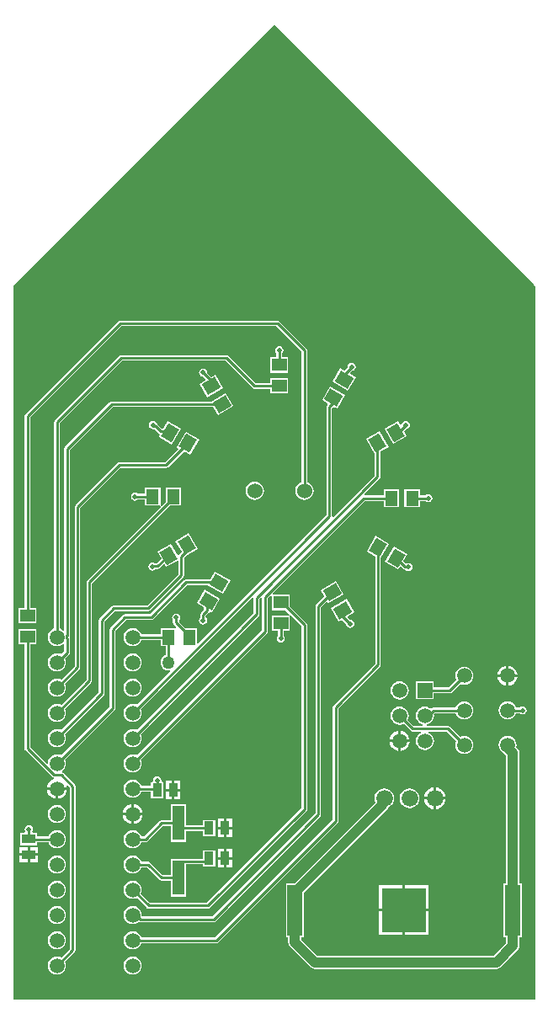
<source format=gbl>
G04*
G04 #@! TF.GenerationSoftware,Altium Limited,Altium Designer,20.1.12 (249)*
G04*
G04 Layer_Physical_Order=2*
G04 Layer_Color=16711680*
%FSLAX24Y24*%
%MOIN*%
G70*
G04*
G04 #@! TF.SameCoordinates,C2A8BCA2-F393-4655-900F-186C9399D15C*
G04*
G04*
G04 #@! TF.FilePolarity,Positive*
G04*
G01*
G75*
%ADD10C,0.0100*%
%ADD33C,0.0591*%
%ADD34C,0.0600*%
%ADD35C,0.0660*%
%ADD36R,0.0591X0.0591*%
%ADD37C,0.0200*%
%ADD38C,0.0500*%
%ADD39R,0.0492X0.0591*%
%ADD40R,0.0591X0.0492*%
G04:AMPARAMS|DCode=41|XSize=59.1mil|YSize=49.2mil|CornerRadius=0mil|HoleSize=0mil|Usage=FLASHONLY|Rotation=150.000|XOffset=0mil|YOffset=0mil|HoleType=Round|Shape=Rectangle|*
%AMROTATEDRECTD41*
4,1,4,0.0379,0.0065,0.0133,-0.0361,-0.0379,-0.0065,-0.0133,0.0361,0.0379,0.0065,0.0*
%
%ADD41ROTATEDRECTD41*%

G04:AMPARAMS|DCode=42|XSize=59.1mil|YSize=49.2mil|CornerRadius=0mil|HoleSize=0mil|Usage=FLASHONLY|Rotation=120.000|XOffset=0mil|YOffset=0mil|HoleType=Round|Shape=Rectangle|*
%AMROTATEDRECTD42*
4,1,4,0.0361,-0.0133,-0.0065,-0.0379,-0.0361,0.0133,0.0065,0.0379,0.0361,-0.0133,0.0*
%
%ADD42ROTATEDRECTD42*%

G04:AMPARAMS|DCode=43|XSize=59.1mil|YSize=49.2mil|CornerRadius=0mil|HoleSize=0mil|Usage=FLASHONLY|Rotation=60.000|XOffset=0mil|YOffset=0mil|HoleType=Round|Shape=Rectangle|*
%AMROTATEDRECTD43*
4,1,4,0.0065,-0.0379,-0.0361,-0.0133,-0.0065,0.0379,0.0361,0.0133,0.0065,-0.0379,0.0*
%
%ADD43ROTATEDRECTD43*%

G04:AMPARAMS|DCode=44|XSize=59.1mil|YSize=49.2mil|CornerRadius=0mil|HoleSize=0mil|Usage=FLASHONLY|Rotation=30.000|XOffset=0mil|YOffset=0mil|HoleType=Round|Shape=Rectangle|*
%AMROTATEDRECTD44*
4,1,4,-0.0133,-0.0361,-0.0379,0.0065,0.0133,0.0361,0.0379,-0.0065,-0.0133,-0.0361,0.0*
%
%ADD44ROTATEDRECTD44*%

%ADD45R,0.0374X0.0531*%
%ADD46R,0.0531X0.0374*%
%ADD47R,0.1772X0.1772*%
%ADD48R,0.0591X0.2008*%
%ADD49R,0.0472X0.1378*%
%ADD50C,0.0400*%
G36*
X20670Y28250D02*
X20670Y0D01*
X-10D01*
Y28260D01*
X10325Y38595D01*
X20670Y28250D01*
D02*
G37*
%LPC*%
G36*
X10460Y26882D02*
X10460Y26882D01*
X4230D01*
X4230Y26882D01*
X4187Y26874D01*
X4151Y26849D01*
X4151Y26849D01*
X481Y23179D01*
X456Y23143D01*
X448Y23100D01*
X448Y23100D01*
Y15509D01*
X205D01*
Y14897D01*
X915D01*
Y15509D01*
X672D01*
Y23054D01*
X4276Y26658D01*
X10414D01*
X11416Y25655D01*
Y20483D01*
X11347Y20454D01*
X11272Y20397D01*
X11214Y20322D01*
X11178Y20234D01*
X11165Y20140D01*
X11178Y20046D01*
X11214Y19958D01*
X11272Y19883D01*
X11347Y19826D01*
X11435Y19789D01*
X11529Y19777D01*
X11622Y19789D01*
X11710Y19826D01*
X11785Y19883D01*
X11843Y19958D01*
X11879Y20046D01*
X11892Y20140D01*
X11879Y20234D01*
X11843Y20322D01*
X11785Y20397D01*
X11710Y20454D01*
X11641Y20483D01*
Y25701D01*
X11641Y25701D01*
X11632Y25744D01*
X11608Y25781D01*
X11608Y25781D01*
X10539Y26849D01*
X10503Y26874D01*
X10460Y26882D01*
D02*
G37*
G36*
X8453Y25512D02*
X8453Y25512D01*
X4265D01*
X4265Y25512D01*
X4222Y25504D01*
X4186Y25479D01*
X1651Y22944D01*
X1626Y22908D01*
X1618Y22865D01*
X1618Y22865D01*
Y14688D01*
X1551Y14660D01*
X1477Y14603D01*
X1420Y14529D01*
X1384Y14443D01*
X1372Y14350D01*
X1384Y14257D01*
X1420Y14171D01*
X1477Y14097D01*
X1551Y14040D01*
X1637Y14004D01*
X1730Y13992D01*
X1823Y14004D01*
X1909Y14040D01*
X1968Y14085D01*
X2018Y14064D01*
Y13796D01*
X1890Y13668D01*
X1823Y13696D01*
X1730Y13708D01*
X1637Y13696D01*
X1551Y13660D01*
X1477Y13603D01*
X1420Y13529D01*
X1384Y13443D01*
X1372Y13350D01*
X1384Y13257D01*
X1420Y13171D01*
X1477Y13097D01*
X1551Y13040D01*
X1637Y13004D01*
X1730Y12992D01*
X1823Y13004D01*
X1909Y13040D01*
X1983Y13097D01*
X2040Y13171D01*
X2076Y13257D01*
X2088Y13350D01*
X2076Y13443D01*
X2048Y13510D01*
X2209Y13671D01*
X2209Y13671D01*
X2234Y13707D01*
X2242Y13750D01*
Y14285D01*
X2242Y14288D01*
X2250Y14350D01*
X2242Y14412D01*
X2242Y14415D01*
Y21765D01*
X2776Y22299D01*
X2776Y22299D01*
X2776Y22299D01*
X3938Y23460D01*
X7911D01*
X8102Y23129D01*
X8717Y23485D01*
X8411Y24015D01*
X7839Y23684D01*
X3891D01*
X3891Y23684D01*
X3848Y23676D01*
X3812Y23651D01*
X3812Y23651D01*
X2618Y22457D01*
X2618Y22457D01*
X2051Y21890D01*
X2026Y21854D01*
X2018Y21811D01*
X2018Y21811D01*
Y14636D01*
X1968Y14615D01*
X1909Y14660D01*
X1842Y14688D01*
Y22818D01*
X4312Y25288D01*
X8406D01*
X9477Y24217D01*
X9477Y24217D01*
X9513Y24193D01*
X9556Y24184D01*
X10175D01*
Y23991D01*
X10885D01*
Y24603D01*
X10175D01*
Y24409D01*
X9603D01*
X8532Y25479D01*
X8496Y25504D01*
X8453Y25512D01*
D02*
G37*
G36*
X13400Y25213D02*
X13338Y25201D01*
X13285Y25165D01*
X13249Y25112D01*
X13237Y25050D01*
X13238Y25046D01*
X13094Y24903D01*
X12942Y24991D01*
X12636Y24461D01*
X13251Y24105D01*
X13557Y24635D01*
X13331Y24766D01*
X13324Y24816D01*
X13396Y24888D01*
X13400Y24887D01*
X13462Y24899D01*
X13515Y24935D01*
X13551Y24988D01*
X13563Y25050D01*
X13551Y25112D01*
X13515Y25165D01*
X13462Y25201D01*
X13400Y25213D01*
D02*
G37*
G36*
X10530Y25865D02*
X10468Y25852D01*
X10415Y25817D01*
X10379Y25764D01*
X10367Y25701D01*
X10379Y25639D01*
X10415Y25586D01*
X10418Y25584D01*
Y25429D01*
X10175D01*
Y24817D01*
X10885D01*
Y25429D01*
X10642D01*
Y25584D01*
X10645Y25586D01*
X10681Y25639D01*
X10693Y25701D01*
X10681Y25764D01*
X10645Y25817D01*
X10592Y25852D01*
X10530Y25865D01*
D02*
G37*
G36*
X7510Y24983D02*
X7448Y24971D01*
X7395Y24935D01*
X7359Y24882D01*
X7347Y24820D01*
X7359Y24758D01*
X7395Y24705D01*
X7448Y24669D01*
X7510Y24657D01*
X7514Y24658D01*
X7616Y24556D01*
X7609Y24506D01*
X7383Y24375D01*
X7689Y23845D01*
X8304Y24201D01*
X7998Y24731D01*
X7846Y24643D01*
X7672Y24816D01*
X7673Y24820D01*
X7661Y24882D01*
X7625Y24935D01*
X7572Y24971D01*
X7510Y24983D01*
D02*
G37*
G36*
X12529Y24275D02*
X12223Y23745D01*
X12447Y23615D01*
X12454Y23565D01*
X12431Y23542D01*
X12406Y23506D01*
X12398Y23463D01*
X12398Y23463D01*
Y19176D01*
X7316Y14094D01*
X7269Y14113D01*
Y14705D01*
X6816D01*
X6572Y14949D01*
X6565Y15005D01*
X6601Y15058D01*
X6613Y15120D01*
X6601Y15182D01*
X6565Y15235D01*
X6512Y15271D01*
X6450Y15283D01*
X6388Y15271D01*
X6335Y15235D01*
X6299Y15182D01*
X6287Y15120D01*
X6299Y15058D01*
X6318Y15030D01*
Y14933D01*
X6318Y14933D01*
X6326Y14890D01*
X6351Y14853D01*
X6453Y14751D01*
X6428Y14705D01*
X6399Y14705D01*
X5831D01*
Y14462D01*
X5068D01*
X5040Y14529D01*
X4983Y14603D01*
X4909Y14660D01*
X4823Y14696D01*
X4730Y14708D01*
X4637Y14696D01*
X4551Y14660D01*
X4477Y14603D01*
X4420Y14529D01*
X4384Y14443D01*
X4372Y14350D01*
X4384Y14257D01*
X4420Y14171D01*
X4477Y14097D01*
X4551Y14040D01*
X4637Y14004D01*
X4730Y13992D01*
X4823Y14004D01*
X4909Y14040D01*
X4983Y14097D01*
X5040Y14171D01*
X5068Y14238D01*
X5831D01*
Y13995D01*
X6024D01*
Y13637D01*
X5986Y13621D01*
X5921Y13571D01*
X5871Y13506D01*
X5840Y13431D01*
X5829Y13350D01*
X5840Y13269D01*
X5871Y13194D01*
X5921Y13129D01*
X5986Y13079D01*
X6061Y13048D01*
X6142Y13037D01*
X6195Y13044D01*
X6218Y12997D01*
X4890Y11668D01*
X4823Y11696D01*
X4730Y11708D01*
X4637Y11696D01*
X4551Y11660D01*
X4477Y11603D01*
X4420Y11529D01*
X4384Y11443D01*
X4372Y11350D01*
X4384Y11257D01*
X4420Y11171D01*
X4477Y11097D01*
X4551Y11040D01*
X4637Y11004D01*
X4730Y10992D01*
X4823Y11004D01*
X4909Y11040D01*
X4983Y11097D01*
X5040Y11171D01*
X5076Y11257D01*
X5088Y11350D01*
X5076Y11443D01*
X5048Y11510D01*
X9475Y15937D01*
X9518Y15915D01*
X9522Y15912D01*
Y15300D01*
X4890Y10668D01*
X4823Y10696D01*
X4730Y10708D01*
X4637Y10696D01*
X4551Y10660D01*
X4477Y10603D01*
X4420Y10529D01*
X4384Y10443D01*
X4372Y10350D01*
X4384Y10257D01*
X4420Y10171D01*
X4477Y10097D01*
X4551Y10040D01*
X4637Y10004D01*
X4730Y9992D01*
X4823Y10004D01*
X4909Y10040D01*
X4983Y10097D01*
X5040Y10171D01*
X5076Y10257D01*
X5088Y10350D01*
X5076Y10443D01*
X5048Y10510D01*
X9713Y15174D01*
X9737Y15211D01*
X9746Y15254D01*
X9746Y15254D01*
Y15867D01*
X9798Y15919D01*
X9848Y15899D01*
Y14626D01*
X4890Y9668D01*
X4823Y9696D01*
X4730Y9708D01*
X4637Y9696D01*
X4551Y9660D01*
X4477Y9603D01*
X4420Y9529D01*
X4384Y9443D01*
X4372Y9350D01*
X4384Y9257D01*
X4420Y9171D01*
X4477Y9097D01*
X4551Y9040D01*
X4637Y9004D01*
X4730Y8992D01*
X4823Y9004D01*
X4909Y9040D01*
X4983Y9097D01*
X5040Y9171D01*
X5076Y9257D01*
X5088Y9350D01*
X5076Y9443D01*
X5048Y9510D01*
X10039Y14501D01*
X10064Y14537D01*
X10072Y14580D01*
X10072Y14580D01*
Y15891D01*
X10185Y16004D01*
X10235Y15983D01*
Y15417D01*
X10787D01*
X10956Y15248D01*
X10931Y15203D01*
X10901Y15203D01*
X10235D01*
Y14591D01*
X10478D01*
Y14402D01*
X10475Y14400D01*
X10439Y14347D01*
X10427Y14285D01*
X10439Y14222D01*
X10475Y14169D01*
X10528Y14134D01*
X10590Y14122D01*
X10652Y14134D01*
X10705Y14169D01*
X10741Y14222D01*
X10753Y14285D01*
X10741Y14347D01*
X10705Y14400D01*
X10702Y14402D01*
Y14591D01*
X10945D01*
Y15155D01*
X10945Y15188D01*
X10991Y15213D01*
X11416Y14788D01*
Y7585D01*
X7664Y3832D01*
X5406D01*
X5048Y4190D01*
X5076Y4257D01*
X5088Y4350D01*
X5076Y4443D01*
X5040Y4529D01*
X4983Y4603D01*
X4909Y4660D01*
X4823Y4696D01*
X4730Y4708D01*
X4637Y4696D01*
X4551Y4660D01*
X4477Y4603D01*
X4420Y4529D01*
X4384Y4443D01*
X4372Y4350D01*
X4384Y4257D01*
X4420Y4171D01*
X4477Y4097D01*
X4551Y4040D01*
X4637Y4004D01*
X4730Y3992D01*
X4823Y4004D01*
X4890Y4032D01*
X5281Y3641D01*
X5281Y3641D01*
X5317Y3616D01*
X5360Y3608D01*
X5360Y3608D01*
X7710D01*
X7710Y3608D01*
X7753Y3616D01*
X7789Y3641D01*
X11608Y7459D01*
X11608Y7459D01*
X11632Y7496D01*
X11641Y7538D01*
X11641Y7539D01*
Y14834D01*
X11632Y14877D01*
X11608Y14913D01*
X11608Y14913D01*
X10945Y15576D01*
Y16029D01*
X10281D01*
X10261Y16079D01*
X13919Y19738D01*
X14661D01*
Y19495D01*
X15273D01*
Y20205D01*
X14661D01*
Y19962D01*
X13911D01*
X13891Y20012D01*
X14501Y20623D01*
X14501Y20623D01*
X14526Y20659D01*
X14534Y20702D01*
X14534Y20702D01*
Y21688D01*
X14865Y21879D01*
X14509Y22494D01*
X13979Y22188D01*
X14310Y21615D01*
Y20748D01*
X12669Y19107D01*
X12625Y19128D01*
X12622Y19131D01*
Y23416D01*
X12684Y23478D01*
X12838Y23389D01*
X13144Y23919D01*
X12529Y24275D01*
D02*
G37*
G36*
X15225Y22907D02*
X14695Y22601D01*
X15051Y21986D01*
X15581Y22292D01*
X15460Y22501D01*
X15536Y22578D01*
X15540Y22577D01*
X15602Y22589D01*
X15655Y22625D01*
X15691Y22678D01*
X15703Y22740D01*
X15691Y22802D01*
X15655Y22855D01*
X15602Y22891D01*
X15540Y22903D01*
X15478Y22891D01*
X15425Y22855D01*
X15389Y22802D01*
X15378Y22744D01*
X15367Y22738D01*
X15350Y22734D01*
X15323Y22738D01*
X15225Y22907D01*
D02*
G37*
G36*
X5536Y22903D02*
X5473Y22891D01*
X5420Y22855D01*
X5385Y22802D01*
X5373Y22740D01*
X5385Y22678D01*
X5420Y22625D01*
X5473Y22589D01*
X5536Y22577D01*
X5577Y22585D01*
X5585Y22583D01*
X5748Y22420D01*
X5748Y22420D01*
X5784Y22396D01*
X5802Y22356D01*
X5759Y22282D01*
X6289Y21976D01*
X6645Y22591D01*
X6115Y22897D01*
X5950Y22612D01*
X5874D01*
X5716Y22769D01*
X5690Y22787D01*
X5686Y22802D01*
X5651Y22855D01*
X5598Y22891D01*
X5536Y22903D01*
D02*
G37*
G36*
X6831Y22484D02*
X6475Y21869D01*
X6522Y21842D01*
X6528Y21792D01*
X6005Y21269D01*
X4195D01*
X4152Y21260D01*
X4116Y21236D01*
X4116Y21236D01*
X2461Y19581D01*
X2436Y19544D01*
X2428Y19501D01*
X2428Y19501D01*
Y13206D01*
X1890Y12668D01*
X1823Y12696D01*
X1730Y12708D01*
X1637Y12696D01*
X1551Y12660D01*
X1477Y12603D01*
X1420Y12529D01*
X1384Y12443D01*
X1372Y12350D01*
X1384Y12257D01*
X1420Y12171D01*
X1477Y12097D01*
X1551Y12040D01*
X1637Y12004D01*
X1730Y11992D01*
X1823Y12004D01*
X1909Y12040D01*
X1983Y12097D01*
X2040Y12171D01*
X2076Y12257D01*
X2088Y12350D01*
X2076Y12443D01*
X2048Y12510D01*
X2619Y13081D01*
X2644Y13117D01*
X2652Y13160D01*
X2652Y13160D01*
Y19455D01*
X4242Y21045D01*
X6051D01*
X6051Y21045D01*
X6094Y21053D01*
X6131Y21077D01*
X6758Y21705D01*
X7005Y21563D01*
X7361Y22178D01*
X6831Y22484D01*
D02*
G37*
G36*
X9560Y20503D02*
X9466Y20491D01*
X9378Y20454D01*
X9303Y20397D01*
X9246Y20322D01*
X9209Y20234D01*
X9197Y20140D01*
X9209Y20046D01*
X9246Y19958D01*
X9303Y19883D01*
X9378Y19826D01*
X9466Y19789D01*
X9560Y19777D01*
X9654Y19789D01*
X9742Y19826D01*
X9817Y19883D01*
X9874Y19958D01*
X9911Y20046D01*
X9923Y20140D01*
X9911Y20234D01*
X9874Y20322D01*
X9817Y20397D01*
X9742Y20454D01*
X9654Y20491D01*
X9560Y20503D01*
D02*
G37*
G36*
X16099Y20205D02*
X15487D01*
Y19495D01*
X16099D01*
Y19738D01*
X16315D01*
X16317Y19735D01*
X16370Y19699D01*
X16433Y19687D01*
X16495Y19699D01*
X16548Y19735D01*
X16583Y19788D01*
X16596Y19850D01*
X16583Y19912D01*
X16548Y19965D01*
X16495Y20001D01*
X16433Y20013D01*
X16370Y20001D01*
X16317Y19965D01*
X16315Y19962D01*
X16099D01*
Y20205D01*
D02*
G37*
G36*
X6649Y20265D02*
X6037D01*
Y19713D01*
X5868Y19544D01*
X5823Y19569D01*
X5823Y19599D01*
Y20265D01*
X5211D01*
Y20022D01*
X4937D01*
X4935Y20025D01*
X4882Y20061D01*
X4820Y20073D01*
X4758Y20061D01*
X4705Y20025D01*
X4669Y19972D01*
X4657Y19910D01*
X4669Y19848D01*
X4705Y19795D01*
X4758Y19759D01*
X4820Y19747D01*
X4882Y19759D01*
X4935Y19795D01*
X4937Y19798D01*
X5211D01*
Y19555D01*
X5775D01*
X5808Y19555D01*
X5833Y19509D01*
X2931Y16607D01*
X2906Y16570D01*
X2898Y16527D01*
X2898Y16527D01*
Y12676D01*
X1890Y11668D01*
X1823Y11696D01*
X1730Y11708D01*
X1637Y11696D01*
X1551Y11660D01*
X1477Y11603D01*
X1420Y11529D01*
X1384Y11443D01*
X1372Y11350D01*
X1384Y11257D01*
X1420Y11171D01*
X1477Y11097D01*
X1551Y11040D01*
X1637Y11004D01*
X1730Y10992D01*
X1823Y11004D01*
X1909Y11040D01*
X1983Y11097D01*
X2040Y11171D01*
X2076Y11257D01*
X2088Y11350D01*
X2076Y11443D01*
X2048Y11510D01*
X3089Y12551D01*
X3089Y12551D01*
X3114Y12587D01*
X3122Y12630D01*
Y16481D01*
X6196Y19555D01*
X6649D01*
Y20265D01*
D02*
G37*
G36*
X6945Y18457D02*
X6415Y18151D01*
X6665Y17719D01*
X6571Y17625D01*
X6548Y17592D01*
X6531Y17588D01*
X6495Y17585D01*
X6229Y18044D01*
X5699Y17738D01*
X5860Y17460D01*
X5670Y17270D01*
X5608D01*
X5579Y17290D01*
X5517Y17302D01*
X5454Y17290D01*
X5401Y17254D01*
X5366Y17202D01*
X5353Y17139D01*
X5366Y17077D01*
X5401Y17024D01*
X5454Y16988D01*
X5517Y16976D01*
X5579Y16988D01*
X5632Y17024D01*
X5647Y17046D01*
X5717D01*
X5717Y17046D01*
X5760Y17055D01*
X5796Y17079D01*
X5947Y17230D01*
X5997Y17223D01*
X6055Y17123D01*
X6495Y17377D01*
X6538Y17352D01*
Y16846D01*
X5294Y15602D01*
X3980D01*
X3980Y15602D01*
X3937Y15594D01*
X3901Y15569D01*
X3901Y15569D01*
X3421Y15089D01*
X3396Y15053D01*
X3388Y15010D01*
X3388Y15010D01*
Y12166D01*
X1890Y10668D01*
X1823Y10696D01*
X1730Y10708D01*
X1637Y10696D01*
X1551Y10660D01*
X1477Y10603D01*
X1420Y10529D01*
X1384Y10443D01*
X1372Y10350D01*
X1384Y10257D01*
X1420Y10171D01*
X1477Y10097D01*
X1551Y10040D01*
X1637Y10004D01*
X1730Y9992D01*
X1823Y10004D01*
X1909Y10040D01*
X1983Y10097D01*
X2040Y10171D01*
X2076Y10257D01*
X2088Y10350D01*
X2076Y10443D01*
X2048Y10510D01*
X3579Y12041D01*
X3604Y12077D01*
X3612Y12120D01*
X3612Y12120D01*
Y14964D01*
X4026Y15378D01*
X5340D01*
X5340Y15378D01*
X5383Y15386D01*
X5419Y15411D01*
X6729Y16721D01*
X6729Y16721D01*
X6754Y16757D01*
X6762Y16800D01*
X6762Y16800D01*
Y17500D01*
X6837Y17574D01*
X7301Y17842D01*
X6945Y18457D01*
D02*
G37*
G36*
X15071Y17944D02*
X14715Y17329D01*
X15245Y17023D01*
X15303Y17123D01*
X15353Y17130D01*
X15423Y17060D01*
X15423Y17060D01*
X15459Y17036D01*
X15502Y17027D01*
X15502Y17027D01*
X15520D01*
X15535Y17005D01*
X15588Y16969D01*
X15650Y16957D01*
X15712Y16969D01*
X15765Y17005D01*
X15801Y17058D01*
X15813Y17120D01*
X15801Y17182D01*
X15765Y17235D01*
X15712Y17271D01*
X15650Y17283D01*
X15588Y17271D01*
X15558Y17251D01*
X15549D01*
X15440Y17360D01*
X15601Y17638D01*
X15071Y17944D01*
D02*
G37*
G36*
X7982Y16941D02*
X7805Y16635D01*
X6840D01*
X6797Y16626D01*
X6761Y16602D01*
X6761Y16602D01*
X5411Y15252D01*
X4420D01*
X4420Y15252D01*
X4377Y15244D01*
X4341Y15219D01*
X4341Y15219D01*
X3851Y14729D01*
X3826Y14693D01*
X3818Y14650D01*
X3818Y14650D01*
Y11596D01*
X1890Y9668D01*
X1823Y9696D01*
X1730Y9708D01*
X1637Y9696D01*
X1551Y9660D01*
X1477Y9603D01*
X1420Y9529D01*
X1384Y9443D01*
X1373Y9363D01*
X1327Y9339D01*
X672Y9993D01*
Y14071D01*
X915D01*
Y14683D01*
X205D01*
Y14071D01*
X448D01*
Y9947D01*
X448Y9947D01*
X456Y9904D01*
X481Y9868D01*
X1528Y8821D01*
X1528Y8821D01*
X1564Y8796D01*
X1607Y8788D01*
X1615Y8782D01*
X1616Y8780D01*
X1606Y8726D01*
X1531Y8695D01*
X1448Y8632D01*
X1385Y8549D01*
X1345Y8453D01*
X1338Y8400D01*
X1730D01*
X2122D01*
X2115Y8451D01*
X2119Y8455D01*
X2160Y8477D01*
X2238Y8399D01*
Y2016D01*
X1890Y1668D01*
X1823Y1696D01*
X1730Y1708D01*
X1637Y1696D01*
X1551Y1660D01*
X1477Y1603D01*
X1420Y1529D01*
X1384Y1443D01*
X1372Y1350D01*
X1384Y1257D01*
X1420Y1171D01*
X1477Y1097D01*
X1551Y1040D01*
X1637Y1004D01*
X1730Y992D01*
X1823Y1004D01*
X1909Y1040D01*
X1983Y1097D01*
X2040Y1171D01*
X2076Y1257D01*
X2088Y1350D01*
X2076Y1443D01*
X2048Y1510D01*
X2429Y1891D01*
X2429Y1891D01*
X2454Y1927D01*
X2462Y1970D01*
Y8446D01*
X2462Y8446D01*
X2454Y8489D01*
X2429Y8525D01*
X1975Y8979D01*
X1939Y9004D01*
X1931Y9056D01*
X1983Y9097D01*
X2040Y9171D01*
X2076Y9257D01*
X2088Y9350D01*
X2076Y9443D01*
X2048Y9510D01*
X4009Y11471D01*
X4009Y11471D01*
X4034Y11507D01*
X4042Y11550D01*
X4042Y11550D01*
Y14604D01*
X4466Y15028D01*
X5457D01*
X5457Y15028D01*
X5500Y15036D01*
X5537Y15061D01*
X6886Y16410D01*
X7676D01*
X8291Y16055D01*
X8597Y16585D01*
X7982Y16941D01*
D02*
G37*
G36*
X12778Y16571D02*
X12163Y16215D01*
X12305Y15968D01*
X11991Y15654D01*
X11966Y15618D01*
X11958Y15575D01*
X11958Y15575D01*
Y7366D01*
X7884Y3292D01*
X5119D01*
X5086Y3330D01*
X5088Y3350D01*
X5076Y3443D01*
X5040Y3529D01*
X4983Y3603D01*
X4909Y3660D01*
X4823Y3696D01*
X4730Y3708D01*
X4637Y3696D01*
X4551Y3660D01*
X4477Y3603D01*
X4420Y3529D01*
X4384Y3443D01*
X4372Y3350D01*
X4384Y3257D01*
X4420Y3171D01*
X4477Y3097D01*
X4551Y3040D01*
X4637Y3004D01*
X4730Y2992D01*
X4823Y3004D01*
X4909Y3040D01*
X4972Y3088D01*
X4990Y3076D01*
X5033Y3068D01*
X7930D01*
X7930Y3068D01*
X7973Y3076D01*
X8009Y3101D01*
X12149Y7241D01*
X12149Y7241D01*
X12174Y7277D01*
X12182Y7320D01*
X12182Y7320D01*
Y15528D01*
X12392Y15738D01*
X12442Y15732D01*
X12469Y15685D01*
X13084Y16041D01*
X12778Y16571D01*
D02*
G37*
G36*
X7569Y16225D02*
X7263Y15695D01*
X7550Y15529D01*
Y15433D01*
X7431Y15314D01*
X7406Y15278D01*
X7398Y15235D01*
X7398Y15235D01*
Y15127D01*
X7395Y15125D01*
X7359Y15072D01*
X7347Y15010D01*
X7359Y14948D01*
X7395Y14895D01*
X7448Y14859D01*
X7510Y14847D01*
X7572Y14859D01*
X7625Y14895D01*
X7661Y14948D01*
X7673Y15010D01*
X7661Y15072D01*
X7625Y15125D01*
X7622Y15127D01*
Y15188D01*
X7741Y15307D01*
X7741Y15307D01*
X7766Y15344D01*
X7766Y15346D01*
X7822Y15371D01*
X7878Y15339D01*
X8184Y15869D01*
X7569Y16225D01*
D02*
G37*
G36*
X13191Y15855D02*
X12576Y15499D01*
X12882Y14969D01*
X13015Y15046D01*
X13178Y14884D01*
X13177Y14880D01*
X13189Y14818D01*
X13225Y14765D01*
X13278Y14729D01*
X13340Y14717D01*
X13402Y14729D01*
X13455Y14765D01*
X13491Y14818D01*
X13503Y14880D01*
X13491Y14942D01*
X13455Y14995D01*
X13402Y15031D01*
X13340Y15043D01*
X13336Y15042D01*
X13245Y15133D01*
X13252Y15183D01*
X13497Y15325D01*
X13191Y15855D01*
D02*
G37*
G36*
X4730Y13708D02*
X4637Y13696D01*
X4551Y13660D01*
X4477Y13603D01*
X4420Y13529D01*
X4384Y13443D01*
X4372Y13350D01*
X4384Y13257D01*
X4420Y13171D01*
X4477Y13097D01*
X4551Y13040D01*
X4637Y13004D01*
X4730Y12992D01*
X4823Y13004D01*
X4909Y13040D01*
X4983Y13097D01*
X5040Y13171D01*
X5076Y13257D01*
X5088Y13350D01*
X5076Y13443D01*
X5040Y13529D01*
X4983Y13603D01*
X4909Y13660D01*
X4823Y13696D01*
X4730Y13708D01*
D02*
G37*
G36*
X19620Y13212D02*
Y12870D01*
X19962D01*
X19955Y12923D01*
X19915Y13019D01*
X19852Y13102D01*
X19769Y13165D01*
X19673Y13205D01*
X19620Y13212D01*
D02*
G37*
G36*
X19520D02*
X19467Y13205D01*
X19371Y13165D01*
X19288Y13102D01*
X19225Y13019D01*
X19185Y12923D01*
X19178Y12870D01*
X19520D01*
Y13212D01*
D02*
G37*
G36*
X19962Y12770D02*
X19620D01*
Y12428D01*
X19673Y12435D01*
X19769Y12475D01*
X19852Y12538D01*
X19915Y12621D01*
X19955Y12717D01*
X19962Y12770D01*
D02*
G37*
G36*
X19520D02*
X19178D01*
X19185Y12717D01*
X19225Y12621D01*
X19288Y12538D01*
X19371Y12475D01*
X19467Y12435D01*
X19520Y12428D01*
Y12770D01*
D02*
G37*
G36*
X17860Y13178D02*
X17767Y13166D01*
X17681Y13130D01*
X17607Y13073D01*
X17550Y12999D01*
X17514Y12913D01*
X17502Y12820D01*
X17514Y12727D01*
X17542Y12660D01*
X17234Y12352D01*
X16655D01*
Y12595D01*
X15945D01*
Y11885D01*
X16655D01*
Y12128D01*
X17280D01*
X17280Y12128D01*
X17323Y12136D01*
X17359Y12161D01*
X17700Y12502D01*
X17767Y12474D01*
X17860Y12462D01*
X17953Y12474D01*
X18039Y12510D01*
X18113Y12567D01*
X18170Y12641D01*
X18206Y12727D01*
X18218Y12820D01*
X18206Y12913D01*
X18170Y12999D01*
X18113Y13073D01*
X18039Y13130D01*
X17953Y13166D01*
X17860Y13178D01*
D02*
G37*
G36*
X4730Y12708D02*
X4637Y12696D01*
X4551Y12660D01*
X4477Y12603D01*
X4420Y12529D01*
X4384Y12443D01*
X4372Y12350D01*
X4384Y12257D01*
X4420Y12171D01*
X4477Y12097D01*
X4551Y12040D01*
X4637Y12004D01*
X4730Y11992D01*
X4823Y12004D01*
X4909Y12040D01*
X4983Y12097D01*
X5040Y12171D01*
X5076Y12257D01*
X5088Y12350D01*
X5076Y12443D01*
X5040Y12529D01*
X4983Y12603D01*
X4909Y12660D01*
X4823Y12696D01*
X4730Y12708D01*
D02*
G37*
G36*
X15300Y12598D02*
X15207Y12586D01*
X15121Y12550D01*
X15047Y12493D01*
X14990Y12419D01*
X14954Y12333D01*
X14942Y12240D01*
X14954Y12147D01*
X14990Y12061D01*
X15047Y11987D01*
X15121Y11930D01*
X15207Y11894D01*
X15300Y11882D01*
X15393Y11894D01*
X15479Y11930D01*
X15553Y11987D01*
X15610Y12061D01*
X15646Y12147D01*
X15658Y12240D01*
X15646Y12333D01*
X15610Y12419D01*
X15553Y12493D01*
X15479Y12550D01*
X15393Y12586D01*
X15300Y12598D01*
D02*
G37*
G36*
X17860Y11808D02*
X17767Y11796D01*
X17681Y11760D01*
X17607Y11703D01*
X17550Y11629D01*
X17522Y11562D01*
X16643D01*
X16643Y11562D01*
X16600Y11554D01*
X16563Y11529D01*
X16515Y11523D01*
X16479Y11550D01*
X16393Y11586D01*
X16300Y11598D01*
X16207Y11586D01*
X16121Y11550D01*
X16047Y11493D01*
X15990Y11419D01*
X15954Y11333D01*
X15942Y11240D01*
X15954Y11147D01*
X15990Y11061D01*
X16047Y10987D01*
X16121Y10930D01*
X16207Y10894D01*
X16220Y10892D01*
X16217Y10842D01*
X15856D01*
X15618Y11080D01*
X15646Y11147D01*
X15658Y11240D01*
X15646Y11333D01*
X15610Y11419D01*
X15553Y11493D01*
X15479Y11550D01*
X15393Y11586D01*
X15300Y11598D01*
X15207Y11586D01*
X15121Y11550D01*
X15047Y11493D01*
X14990Y11419D01*
X14954Y11333D01*
X14942Y11240D01*
X14954Y11147D01*
X14990Y11061D01*
X15047Y10987D01*
X15121Y10930D01*
X15207Y10894D01*
X15300Y10882D01*
X15393Y10894D01*
X15460Y10922D01*
X15731Y10651D01*
X15767Y10626D01*
X15810Y10618D01*
X15810Y10618D01*
X16153D01*
X16163Y10568D01*
X16121Y10550D01*
X16047Y10493D01*
X15990Y10419D01*
X15954Y10333D01*
X15942Y10240D01*
X15954Y10147D01*
X15990Y10061D01*
X16047Y9987D01*
X16121Y9930D01*
X16207Y9894D01*
X16300Y9882D01*
X16393Y9894D01*
X16479Y9930D01*
X16553Y9987D01*
X16610Y10061D01*
X16646Y10147D01*
X16658Y10240D01*
X16646Y10333D01*
X16610Y10419D01*
X16553Y10493D01*
X16479Y10550D01*
X16437Y10568D01*
X16447Y10618D01*
X17164D01*
X17542Y10240D01*
X17514Y10173D01*
X17502Y10080D01*
X17514Y9987D01*
X17550Y9901D01*
X17607Y9827D01*
X17681Y9770D01*
X17767Y9734D01*
X17860Y9722D01*
X17953Y9734D01*
X18039Y9770D01*
X18113Y9827D01*
X18170Y9901D01*
X18206Y9987D01*
X18218Y10080D01*
X18206Y10173D01*
X18170Y10259D01*
X18113Y10333D01*
X18039Y10390D01*
X17953Y10426D01*
X17860Y10438D01*
X17767Y10426D01*
X17700Y10398D01*
X17289Y10809D01*
X17253Y10834D01*
X17210Y10842D01*
X17210Y10842D01*
X16383D01*
X16380Y10892D01*
X16393Y10894D01*
X16479Y10930D01*
X16553Y10987D01*
X16610Y11061D01*
X16646Y11147D01*
X16658Y11240D01*
X16651Y11299D01*
X16689Y11338D01*
X17522D01*
X17550Y11271D01*
X17607Y11197D01*
X17681Y11140D01*
X17767Y11104D01*
X17860Y11092D01*
X17953Y11104D01*
X18039Y11140D01*
X18113Y11197D01*
X18170Y11271D01*
X18206Y11357D01*
X18218Y11450D01*
X18206Y11543D01*
X18170Y11629D01*
X18113Y11703D01*
X18039Y11760D01*
X17953Y11796D01*
X17860Y11808D01*
D02*
G37*
G36*
X19570D02*
X19477Y11796D01*
X19391Y11760D01*
X19317Y11703D01*
X19260Y11629D01*
X19224Y11543D01*
X19212Y11450D01*
X19224Y11357D01*
X19260Y11271D01*
X19317Y11197D01*
X19391Y11140D01*
X19477Y11104D01*
X19570Y11092D01*
X19663Y11104D01*
X19749Y11140D01*
X19823Y11197D01*
X19880Y11271D01*
X19908Y11338D01*
X20053D01*
X20055Y11335D01*
X20108Y11299D01*
X20170Y11287D01*
X20232Y11299D01*
X20285Y11335D01*
X20321Y11388D01*
X20333Y11450D01*
X20321Y11512D01*
X20285Y11565D01*
X20232Y11601D01*
X20170Y11613D01*
X20108Y11601D01*
X20055Y11565D01*
X20053Y11562D01*
X19908D01*
X19880Y11629D01*
X19823Y11703D01*
X19749Y11760D01*
X19663Y11796D01*
X19570Y11808D01*
D02*
G37*
G36*
X15350Y10632D02*
Y10290D01*
X15692D01*
X15685Y10343D01*
X15645Y10439D01*
X15582Y10522D01*
X15499Y10585D01*
X15403Y10625D01*
X15350Y10632D01*
D02*
G37*
G36*
X15250D02*
X15197Y10625D01*
X15101Y10585D01*
X15018Y10522D01*
X14955Y10439D01*
X14915Y10343D01*
X14908Y10290D01*
X15250D01*
Y10632D01*
D02*
G37*
G36*
X15692Y10190D02*
X15350D01*
Y9848D01*
X15403Y9855D01*
X15499Y9895D01*
X15582Y9958D01*
X15645Y10041D01*
X15685Y10137D01*
X15692Y10190D01*
D02*
G37*
G36*
X15250D02*
X14908D01*
X14915Y10137D01*
X14955Y10041D01*
X15018Y9958D01*
X15101Y9895D01*
X15197Y9855D01*
X15250Y9848D01*
Y10190D01*
D02*
G37*
G36*
X5700Y8836D02*
X5638Y8824D01*
X5585Y8788D01*
X5549Y8736D01*
X5537Y8673D01*
X5541Y8654D01*
X5509Y8616D01*
X5453D01*
Y8462D01*
X5068D01*
X5040Y8529D01*
X4983Y8603D01*
X4909Y8660D01*
X4823Y8696D01*
X4730Y8708D01*
X4637Y8696D01*
X4551Y8660D01*
X4477Y8603D01*
X4420Y8529D01*
X4384Y8443D01*
X4372Y8350D01*
X4384Y8257D01*
X4420Y8171D01*
X4477Y8097D01*
X4551Y8040D01*
X4637Y8004D01*
X4730Y7992D01*
X4823Y8004D01*
X4909Y8040D01*
X4983Y8097D01*
X5040Y8171D01*
X5068Y8238D01*
X5453D01*
Y7964D01*
X5947D01*
Y8616D01*
X5891D01*
X5859Y8654D01*
X5863Y8673D01*
X5851Y8736D01*
X5815Y8788D01*
X5763Y8824D01*
X5700Y8836D01*
D02*
G37*
G36*
X6617Y8656D02*
X6380D01*
Y8340D01*
X6617D01*
Y8656D01*
D02*
G37*
G36*
X6280D02*
X6043D01*
Y8340D01*
X6280D01*
Y8656D01*
D02*
G37*
G36*
X16740Y8397D02*
Y8020D01*
X17117D01*
X17109Y8082D01*
X17066Y8187D01*
X16997Y8277D01*
X16907Y8346D01*
X16802Y8389D01*
X16740Y8397D01*
D02*
G37*
G36*
X16640D02*
X16578Y8389D01*
X16473Y8346D01*
X16383Y8277D01*
X16314Y8187D01*
X16271Y8082D01*
X16263Y8020D01*
X16640D01*
Y8397D01*
D02*
G37*
G36*
X2122Y8300D02*
X1780D01*
Y7958D01*
X1833Y7965D01*
X1929Y8005D01*
X2012Y8068D01*
X2075Y8151D01*
X2115Y8247D01*
X2122Y8300D01*
D02*
G37*
G36*
X1680D02*
X1338D01*
X1345Y8247D01*
X1385Y8151D01*
X1448Y8068D01*
X1531Y8005D01*
X1627Y7965D01*
X1680Y7958D01*
Y8300D01*
D02*
G37*
G36*
X6617Y8240D02*
X6380D01*
Y7924D01*
X6617D01*
Y8240D01*
D02*
G37*
G36*
X6280D02*
X6043D01*
Y7924D01*
X6280D01*
Y8240D01*
D02*
G37*
G36*
X15690Y8363D02*
X15588Y8350D01*
X15493Y8311D01*
X15412Y8248D01*
X15349Y8167D01*
X15310Y8072D01*
X15297Y7970D01*
X15310Y7868D01*
X15349Y7773D01*
X15412Y7692D01*
X15493Y7629D01*
X15588Y7590D01*
X15690Y7577D01*
X15792Y7590D01*
X15887Y7629D01*
X15968Y7692D01*
X16031Y7773D01*
X16070Y7868D01*
X16083Y7970D01*
X16070Y8072D01*
X16031Y8167D01*
X15968Y8248D01*
X15887Y8311D01*
X15792Y8350D01*
X15690Y8363D01*
D02*
G37*
G36*
X17117Y7920D02*
X16740D01*
Y7543D01*
X16802Y7551D01*
X16907Y7594D01*
X16997Y7663D01*
X17066Y7753D01*
X17109Y7858D01*
X17117Y7920D01*
D02*
G37*
G36*
X16640D02*
X16263D01*
X16271Y7858D01*
X16314Y7753D01*
X16383Y7663D01*
X16473Y7594D01*
X16578Y7551D01*
X16640Y7543D01*
Y7920D01*
D02*
G37*
G36*
X4780Y7742D02*
Y7400D01*
X5122D01*
X5115Y7453D01*
X5075Y7549D01*
X5012Y7632D01*
X4929Y7695D01*
X4833Y7735D01*
X4780Y7742D01*
D02*
G37*
G36*
X4680D02*
X4627Y7735D01*
X4531Y7695D01*
X4448Y7632D01*
X4385Y7549D01*
X4345Y7453D01*
X4338Y7400D01*
X4680D01*
Y7742D01*
D02*
G37*
G36*
X6846Y7742D02*
X6254D01*
Y7105D01*
X5873D01*
X5873Y7105D01*
X5830Y7096D01*
X5793Y7072D01*
X5793Y7072D01*
X5184Y6462D01*
X5068D01*
X5040Y6529D01*
X4983Y6603D01*
X4909Y6660D01*
X4823Y6696D01*
X4730Y6708D01*
X4637Y6696D01*
X4551Y6660D01*
X4477Y6603D01*
X4420Y6529D01*
X4384Y6443D01*
X4372Y6350D01*
X4384Y6257D01*
X4420Y6171D01*
X4477Y6097D01*
X4551Y6040D01*
X4637Y6004D01*
X4730Y5992D01*
X4823Y6004D01*
X4909Y6040D01*
X4983Y6097D01*
X5040Y6171D01*
X5068Y6238D01*
X5230D01*
X5230Y6238D01*
X5273Y6246D01*
X5309Y6271D01*
X5919Y6881D01*
X6254D01*
Y6244D01*
X6846D01*
Y6678D01*
X7508D01*
Y6464D01*
X8002D01*
Y7116D01*
X7508D01*
Y6902D01*
X6846D01*
Y7742D01*
D02*
G37*
G36*
X1730Y7708D02*
X1637Y7696D01*
X1551Y7660D01*
X1477Y7603D01*
X1420Y7529D01*
X1384Y7443D01*
X1372Y7350D01*
X1384Y7257D01*
X1420Y7171D01*
X1477Y7097D01*
X1551Y7040D01*
X1637Y7004D01*
X1730Y6992D01*
X1823Y7004D01*
X1909Y7040D01*
X1983Y7097D01*
X2040Y7171D01*
X2076Y7257D01*
X2088Y7350D01*
X2076Y7443D01*
X2040Y7529D01*
X1983Y7603D01*
X1909Y7660D01*
X1823Y7696D01*
X1730Y7708D01*
D02*
G37*
G36*
X5122Y7300D02*
X4780D01*
Y6958D01*
X4833Y6965D01*
X4929Y7005D01*
X5012Y7068D01*
X5075Y7151D01*
X5115Y7247D01*
X5122Y7300D01*
D02*
G37*
G36*
X4680D02*
X4338D01*
X4345Y7247D01*
X4385Y7151D01*
X4448Y7068D01*
X4531Y7005D01*
X4627Y6965D01*
X4680Y6958D01*
Y7300D01*
D02*
G37*
G36*
X8672Y7156D02*
X8435D01*
Y6840D01*
X8672D01*
Y7156D01*
D02*
G37*
G36*
X8335D02*
X8098D01*
Y6840D01*
X8335D01*
Y7156D01*
D02*
G37*
G36*
X8672Y6740D02*
X8435D01*
Y6424D01*
X8672D01*
Y6740D01*
D02*
G37*
G36*
X8335D02*
X8098D01*
Y6424D01*
X8335D01*
Y6740D01*
D02*
G37*
G36*
X610Y6903D02*
X548Y6891D01*
X495Y6855D01*
X459Y6802D01*
X447Y6740D01*
X459Y6678D01*
X470Y6662D01*
X443Y6612D01*
X284D01*
Y6118D01*
X936D01*
Y6238D01*
X1392D01*
X1420Y6171D01*
X1477Y6097D01*
X1551Y6040D01*
X1637Y6004D01*
X1730Y5992D01*
X1823Y6004D01*
X1909Y6040D01*
X1983Y6097D01*
X2040Y6171D01*
X2076Y6257D01*
X2088Y6350D01*
X2076Y6443D01*
X2040Y6529D01*
X1983Y6603D01*
X1909Y6660D01*
X1823Y6696D01*
X1730Y6708D01*
X1637Y6696D01*
X1551Y6660D01*
X1477Y6603D01*
X1420Y6529D01*
X1392Y6462D01*
X936D01*
Y6612D01*
X777D01*
X750Y6662D01*
X761Y6678D01*
X773Y6740D01*
X761Y6802D01*
X725Y6855D01*
X672Y6891D01*
X610Y6903D01*
D02*
G37*
G36*
X976Y6022D02*
X660D01*
Y5785D01*
X976D01*
Y6022D01*
D02*
G37*
G36*
X560D02*
X244D01*
Y5785D01*
X560D01*
Y6022D01*
D02*
G37*
G36*
X8672Y5956D02*
X8435D01*
Y5640D01*
X8672D01*
Y5956D01*
D02*
G37*
G36*
X8335D02*
X8098D01*
Y5640D01*
X8335D01*
Y5956D01*
D02*
G37*
G36*
X976Y5685D02*
X660D01*
Y5448D01*
X976D01*
Y5685D01*
D02*
G37*
G36*
X560D02*
X244D01*
Y5448D01*
X560D01*
Y5685D01*
D02*
G37*
G36*
X8672Y5540D02*
X8435D01*
Y5224D01*
X8672D01*
Y5540D01*
D02*
G37*
G36*
X8335D02*
X8098D01*
Y5224D01*
X8335D01*
Y5540D01*
D02*
G37*
G36*
X1730Y5708D02*
X1637Y5696D01*
X1551Y5660D01*
X1477Y5603D01*
X1420Y5529D01*
X1384Y5443D01*
X1372Y5350D01*
X1384Y5257D01*
X1420Y5171D01*
X1477Y5097D01*
X1551Y5040D01*
X1637Y5004D01*
X1730Y4992D01*
X1823Y5004D01*
X1909Y5040D01*
X1983Y5097D01*
X2040Y5171D01*
X2076Y5257D01*
X2088Y5350D01*
X2076Y5443D01*
X2040Y5529D01*
X1983Y5603D01*
X1909Y5660D01*
X1823Y5696D01*
X1730Y5708D01*
D02*
G37*
G36*
X8002Y5916D02*
X7508D01*
Y5578D01*
X6736D01*
X6725Y5576D01*
X6254D01*
Y4939D01*
X5909D01*
X5419Y5429D01*
X5383Y5454D01*
X5340Y5462D01*
X5340Y5462D01*
X5068D01*
X5040Y5529D01*
X4983Y5603D01*
X4909Y5660D01*
X4823Y5696D01*
X4730Y5708D01*
X4637Y5696D01*
X4551Y5660D01*
X4477Y5603D01*
X4420Y5529D01*
X4384Y5443D01*
X4372Y5350D01*
X4384Y5257D01*
X4420Y5171D01*
X4477Y5097D01*
X4551Y5040D01*
X4637Y5004D01*
X4730Y4992D01*
X4823Y5004D01*
X4909Y5040D01*
X4983Y5097D01*
X5040Y5171D01*
X5068Y5238D01*
X5294D01*
X5783Y4748D01*
X5783Y4748D01*
X5820Y4724D01*
X5863Y4715D01*
X5863Y4715D01*
X6254D01*
Y4078D01*
X6846D01*
Y5354D01*
X7508D01*
Y5264D01*
X8002D01*
Y5916D01*
D02*
G37*
G36*
X1730Y4708D02*
X1637Y4696D01*
X1551Y4660D01*
X1477Y4603D01*
X1420Y4529D01*
X1384Y4443D01*
X1372Y4350D01*
X1384Y4257D01*
X1420Y4171D01*
X1477Y4097D01*
X1551Y4040D01*
X1637Y4004D01*
X1730Y3992D01*
X1823Y4004D01*
X1909Y4040D01*
X1983Y4097D01*
X2040Y4171D01*
X2076Y4257D01*
X2088Y4350D01*
X2076Y4443D01*
X2040Y4529D01*
X1983Y4603D01*
X1909Y4660D01*
X1823Y4696D01*
X1730Y4708D01*
D02*
G37*
G36*
X16446Y4526D02*
X15510D01*
Y3590D01*
X16446D01*
Y4526D01*
D02*
G37*
G36*
X15410D02*
X14474D01*
Y3590D01*
X15410D01*
Y4526D01*
D02*
G37*
G36*
X1730Y3708D02*
X1637Y3696D01*
X1551Y3660D01*
X1477Y3603D01*
X1420Y3529D01*
X1384Y3443D01*
X1372Y3350D01*
X1384Y3257D01*
X1420Y3171D01*
X1477Y3097D01*
X1551Y3040D01*
X1637Y3004D01*
X1730Y2992D01*
X1823Y3004D01*
X1909Y3040D01*
X1983Y3097D01*
X2040Y3171D01*
X2076Y3257D01*
X2088Y3350D01*
X2076Y3443D01*
X2040Y3529D01*
X1983Y3603D01*
X1909Y3660D01*
X1823Y3696D01*
X1730Y3708D01*
D02*
G37*
G36*
X16446Y3490D02*
X15510D01*
Y2554D01*
X16446D01*
Y3490D01*
D02*
G37*
G36*
X15410D02*
X14474D01*
Y2554D01*
X15410D01*
Y3490D01*
D02*
G37*
G36*
X14355Y18357D02*
X13999Y17742D01*
X14330Y17551D01*
Y13298D01*
X12681Y11649D01*
X12656Y11613D01*
X12648Y11570D01*
X12648Y11570D01*
Y7126D01*
X7984Y2462D01*
X5068D01*
X5040Y2529D01*
X4983Y2603D01*
X4909Y2660D01*
X4823Y2696D01*
X4730Y2708D01*
X4637Y2696D01*
X4551Y2660D01*
X4477Y2603D01*
X4420Y2529D01*
X4384Y2443D01*
X4372Y2350D01*
X4384Y2257D01*
X4420Y2171D01*
X4477Y2097D01*
X4551Y2040D01*
X4637Y2004D01*
X4730Y1992D01*
X4823Y2004D01*
X4909Y2040D01*
X4983Y2097D01*
X5040Y2171D01*
X5068Y2238D01*
X8030D01*
X8030Y2238D01*
X8073Y2246D01*
X8109Y2271D01*
X12839Y7001D01*
X12839Y7001D01*
X12864Y7037D01*
X12872Y7080D01*
X12872Y7080D01*
Y11524D01*
X14521Y13173D01*
X14521Y13173D01*
X14546Y13209D01*
X14554Y13252D01*
X14554Y13252D01*
Y17479D01*
X14885Y18051D01*
X14355Y18357D01*
D02*
G37*
G36*
X1730Y2708D02*
X1637Y2696D01*
X1551Y2660D01*
X1477Y2603D01*
X1420Y2529D01*
X1384Y2443D01*
X1372Y2350D01*
X1384Y2257D01*
X1420Y2171D01*
X1477Y2097D01*
X1551Y2040D01*
X1637Y2004D01*
X1730Y1992D01*
X1823Y2004D01*
X1909Y2040D01*
X1983Y2097D01*
X2040Y2171D01*
X2076Y2257D01*
X2088Y2350D01*
X2076Y2443D01*
X2040Y2529D01*
X1983Y2603D01*
X1909Y2660D01*
X1823Y2696D01*
X1730Y2708D01*
D02*
G37*
G36*
X19570Y10438D02*
X19477Y10426D01*
X19391Y10390D01*
X19317Y10333D01*
X19260Y10259D01*
X19224Y10173D01*
X19212Y10080D01*
X19224Y9987D01*
X19260Y9901D01*
X19317Y9827D01*
X19391Y9770D01*
X19413Y9761D01*
X19509Y9665D01*
Y4604D01*
X19416D01*
Y2476D01*
X19509D01*
Y2230D01*
X19021Y1742D01*
X12049D01*
X11411Y2380D01*
Y2476D01*
X11504D01*
Y4233D01*
X14787Y7516D01*
X14787Y7516D01*
X14829Y7571D01*
X14847Y7613D01*
X14887Y7629D01*
X14968Y7692D01*
X15031Y7773D01*
X15070Y7868D01*
X15083Y7970D01*
X15070Y8072D01*
X15031Y8167D01*
X14968Y8248D01*
X14887Y8311D01*
X14792Y8350D01*
X14690Y8363D01*
X14588Y8350D01*
X14493Y8311D01*
X14412Y8248D01*
X14349Y8167D01*
X14310Y8072D01*
X14297Y7970D01*
X14310Y7868D01*
X14336Y7806D01*
X11133Y4604D01*
X10794D01*
Y2476D01*
X10887D01*
Y2271D01*
X10887Y2271D01*
X10896Y2203D01*
X10922Y2140D01*
X10964Y2086D01*
X11755Y1295D01*
X11755Y1295D01*
X11809Y1253D01*
X11872Y1227D01*
X11940Y1218D01*
X11940Y1218D01*
X19130D01*
X19130Y1218D01*
X19198Y1227D01*
X19261Y1253D01*
X19315Y1295D01*
X19956Y1936D01*
X19956Y1936D01*
X19998Y1990D01*
X20024Y2053D01*
X20033Y2121D01*
X20033Y2121D01*
Y2476D01*
X20126D01*
Y4604D01*
X20033D01*
Y9773D01*
X20033Y9773D01*
X20024Y9841D01*
X19998Y9904D01*
X19956Y9959D01*
X19956Y9959D01*
X19918Y9998D01*
X19928Y10080D01*
X19916Y10173D01*
X19880Y10259D01*
X19823Y10333D01*
X19749Y10390D01*
X19663Y10426D01*
X19570Y10438D01*
D02*
G37*
G36*
X4730Y1708D02*
X4637Y1696D01*
X4551Y1660D01*
X4477Y1603D01*
X4420Y1529D01*
X4384Y1443D01*
X4372Y1350D01*
X4384Y1257D01*
X4420Y1171D01*
X4477Y1097D01*
X4551Y1040D01*
X4637Y1004D01*
X4730Y992D01*
X4823Y1004D01*
X4909Y1040D01*
X4983Y1097D01*
X5040Y1171D01*
X5076Y1257D01*
X5088Y1350D01*
X5076Y1443D01*
X5040Y1529D01*
X4983Y1603D01*
X4909Y1660D01*
X4823Y1696D01*
X4730Y1708D01*
D02*
G37*
%LPD*%
D10*
X2130Y14285D02*
G03*
X2130Y14415I-400J65D01*
G01*
X5700Y8290D02*
Y8673D01*
X12510Y19130D02*
Y23463D01*
X4730Y11350D02*
X12510Y19130D01*
X6137Y13355D02*
Y14350D01*
Y13355D02*
X6142Y13350D01*
X7510Y15010D02*
Y15235D01*
X7662Y15387D01*
X6430Y14933D02*
Y15100D01*
X6450Y15120D01*
X6963Y14350D02*
Y14399D01*
X6430Y14933D02*
X6963Y14399D01*
X4730Y10350D02*
X9634Y15254D01*
Y15914D01*
X4730Y9350D02*
X9960Y14580D01*
Y15937D01*
X5640Y8350D02*
X5700Y8290D01*
X4730Y8350D02*
X5640D01*
X6139Y22499D02*
X6202Y22437D01*
X5827Y22499D02*
X6139D01*
X5637Y22690D02*
X5827Y22499D01*
X5613Y22690D02*
X5637D01*
X5563Y22740D02*
X5613Y22690D01*
X5536Y22740D02*
X5563D01*
X4820Y19910D02*
X5517D01*
X6142Y17583D02*
X6142D01*
X5717Y17158D02*
X6142Y17583D01*
X5536Y17158D02*
X5717D01*
X5517Y17139D02*
X5536Y17158D01*
X7662Y15721D02*
X7723Y15782D01*
X7662Y15387D02*
Y15721D01*
X10590Y14285D02*
Y14897D01*
X13037Y15183D02*
Y15412D01*
Y15183D02*
X13340Y14880D01*
X13340D01*
X15158Y17483D02*
X15158D01*
X15502Y17139D01*
X15631D01*
X15650Y17120D01*
X15793Y19850D02*
X16433D01*
X15138Y22447D02*
X15247D01*
X15540Y22740D01*
X13097Y24548D02*
Y24747D01*
X13400Y25050D01*
X10530Y25123D02*
Y25701D01*
X7843Y24288D02*
Y24487D01*
X7510Y24820D02*
X7843Y24487D01*
X560Y23100D02*
X4230Y26770D01*
X10460D02*
X11529Y25701D01*
X4230Y26770D02*
X10460D01*
X11529Y20140D02*
Y25701D01*
X560Y15203D02*
Y23100D01*
X1896Y8900D02*
X2350Y8446D01*
Y1970D02*
Y8446D01*
X1607Y8900D02*
X1896D01*
X560Y9947D02*
X1607Y8900D01*
X560Y9947D02*
Y14377D01*
X1730Y1350D02*
X2350Y1970D01*
X610Y6365D02*
Y6740D01*
X625Y6350D02*
X1730D01*
X610Y6365D02*
X625Y6350D01*
X8453Y25400D02*
X9556Y24297D01*
X1730Y22865D02*
X4265Y25400D01*
X8453D01*
X14422Y20702D02*
Y22033D01*
X9634Y15914D02*
X14422Y20702D01*
X9960Y15937D02*
X13873Y19850D01*
X14967D01*
X12683Y23636D02*
Y23832D01*
X12510Y23463D02*
X12683Y23636D01*
X19570Y11450D02*
X20170D01*
X15300Y11240D02*
X15810Y10730D01*
X17210D01*
X15300Y11240D02*
X15300D01*
X17280Y12240D02*
X17860Y12820D01*
X16300Y12240D02*
X17280D01*
X16643Y11450D02*
X17860D01*
X16433Y11240D02*
X16643Y11450D01*
X16300Y11240D02*
X16433D01*
X17210Y10730D02*
X17860Y10080D01*
X7710Y3720D02*
X11529Y7538D01*
Y14834D01*
X7930Y3180D02*
X12070Y7320D01*
X4730Y3350D02*
X4863D01*
X5033Y3180D01*
X7930D01*
X12070Y7320D02*
Y15575D01*
X4730Y2350D02*
X8030D01*
X12760Y7080D01*
Y11570D01*
X14442Y13252D02*
Y17897D01*
X12760Y11570D02*
X14442Y13252D01*
X5360Y3720D02*
X7710D01*
X4730Y4350D02*
X5360Y3720D01*
X4730Y4350D02*
X4730D01*
X12623Y16128D02*
Y16128D01*
X12070Y15575D02*
X12623Y16128D01*
X10590Y15723D02*
X10639D01*
X11529Y14834D01*
X6550Y4827D02*
Y5280D01*
X6736Y5466D01*
X7631D01*
X7755Y5590D01*
X4730Y14350D02*
X6137D01*
X6736Y6790D02*
X7755D01*
X6550Y6976D02*
X6736Y6790D01*
X6550Y6976D02*
Y6993D01*
X5863Y4827D02*
X6550D01*
X5340Y5350D02*
X5863Y4827D01*
X4730Y5350D02*
X5340D01*
X5873Y6993D02*
X6550D01*
X5230Y6350D02*
X5873Y6993D01*
X4730Y6350D02*
X5230D01*
X5340Y15490D02*
X6650Y16800D01*
X3500Y15010D02*
X3980Y15490D01*
X5340D01*
X3500Y12120D02*
Y15010D01*
X1730Y10350D02*
X3500Y12120D01*
X1730Y11350D02*
X3010Y12630D01*
Y16527D01*
X6343Y19861D01*
X1730Y12350D02*
X2540Y13160D01*
Y19501D02*
X4195Y21157D01*
X2540Y13160D02*
Y19501D01*
X2130Y13750D02*
Y14285D01*
Y14415D02*
Y21811D01*
X1730Y13350D02*
X2130Y13750D01*
Y21811D02*
X2697Y22378D01*
X1730Y14350D02*
Y22865D01*
X8112Y16523D02*
X8137Y16498D01*
X6840Y16523D02*
X8112D01*
X5457Y15140D02*
X6840Y16523D01*
X4420Y15140D02*
X5457D01*
X6650Y17546D02*
X6858Y17754D01*
X6650Y16800D02*
Y17546D01*
X3930Y14650D02*
X4420Y15140D01*
X1730Y9350D02*
X3930Y11550D01*
Y14650D01*
X6858Y17754D02*
Y17997D01*
X6343Y19861D02*
Y19910D01*
X4195Y21157D02*
X6051D01*
X6918Y22023D02*
X6918D01*
X6051Y21157D02*
X6918Y22023D01*
X2697Y22378D02*
Y22378D01*
X3891Y23572D02*
X8257D01*
X2697Y22378D02*
X3891Y23572D01*
X9556Y24297D02*
X10530D01*
D33*
X19570Y10080D02*
D03*
X17860Y12820D02*
D03*
Y11450D02*
D03*
Y10080D02*
D03*
X19570Y11450D02*
D03*
Y12820D02*
D03*
X1730Y14350D02*
D03*
Y13350D02*
D03*
Y11350D02*
D03*
Y12350D02*
D03*
Y8350D02*
D03*
Y7350D02*
D03*
Y9350D02*
D03*
Y10350D02*
D03*
Y2350D02*
D03*
Y1350D02*
D03*
Y4350D02*
D03*
Y3350D02*
D03*
Y5350D02*
D03*
Y6350D02*
D03*
X4730D02*
D03*
Y5350D02*
D03*
Y3350D02*
D03*
Y4350D02*
D03*
Y1350D02*
D03*
Y2350D02*
D03*
Y10350D02*
D03*
Y9350D02*
D03*
Y7350D02*
D03*
Y8350D02*
D03*
Y12350D02*
D03*
Y11350D02*
D03*
Y13350D02*
D03*
Y14350D02*
D03*
X16300Y11240D02*
D03*
X15300D02*
D03*
X16300Y10240D02*
D03*
X15300Y12240D02*
D03*
Y10240D02*
D03*
D34*
X9560Y20140D02*
D03*
X11529D02*
D03*
D35*
X15690Y7970D02*
D03*
X14690D02*
D03*
X16690D02*
D03*
D36*
X16300Y12240D02*
D03*
D37*
X5700Y8673D02*
D03*
X610Y6740D02*
D03*
X7510Y15010D02*
D03*
X6450Y15120D02*
D03*
X5536Y22740D02*
D03*
X4820Y19910D02*
D03*
X5517Y17139D02*
D03*
X10590Y14285D02*
D03*
X13340Y14880D02*
D03*
X15650Y17120D02*
D03*
X16433Y19850D02*
D03*
X15540Y22740D02*
D03*
X13400Y25050D02*
D03*
X10530Y25701D02*
D03*
X7510Y24820D02*
D03*
X20170Y11450D02*
D03*
D38*
X6142Y13350D02*
D03*
D39*
X6963Y14350D02*
D03*
X6137D02*
D03*
X15793Y19850D02*
D03*
X14967D02*
D03*
X5517Y19910D02*
D03*
X6343D02*
D03*
D40*
X560Y14377D02*
D03*
Y15203D02*
D03*
X10590Y14897D02*
D03*
Y15723D02*
D03*
X10530Y25123D02*
D03*
Y24297D02*
D03*
D41*
X13097Y24548D02*
D03*
X12683Y23832D02*
D03*
X7723Y15782D02*
D03*
X8137Y16498D02*
D03*
D42*
X15138Y22447D02*
D03*
X14422Y22033D02*
D03*
X6142Y17583D02*
D03*
X6858Y17997D02*
D03*
D43*
X15158Y17483D02*
D03*
X14442Y17897D02*
D03*
X6202Y22437D02*
D03*
X6918Y22023D02*
D03*
D44*
X13037Y15412D02*
D03*
X12623Y16128D02*
D03*
X7843Y24288D02*
D03*
X8257Y23572D02*
D03*
D45*
X6330Y8290D02*
D03*
X5700D02*
D03*
X8385Y6790D02*
D03*
X7755D02*
D03*
X8385Y5590D02*
D03*
X7755D02*
D03*
D46*
X610Y5735D02*
D03*
Y6365D02*
D03*
D47*
X15460Y3540D02*
D03*
D48*
X11149D02*
D03*
X19771D02*
D03*
D49*
X6550Y4827D02*
D03*
Y6993D02*
D03*
D50*
X11149Y3540D02*
Y4249D01*
X14602Y7702D01*
Y7882D01*
X14690Y7970D01*
X11149Y2271D02*
Y3540D01*
X11940Y1480D02*
X19130D01*
X11149Y2271D02*
X11940Y1480D01*
X19771Y2121D02*
Y3540D01*
X19130Y1480D02*
X19771Y2121D01*
Y3540D02*
Y9773D01*
X19570Y9974D02*
X19771Y9773D01*
X19570Y9974D02*
Y10080D01*
M02*

</source>
